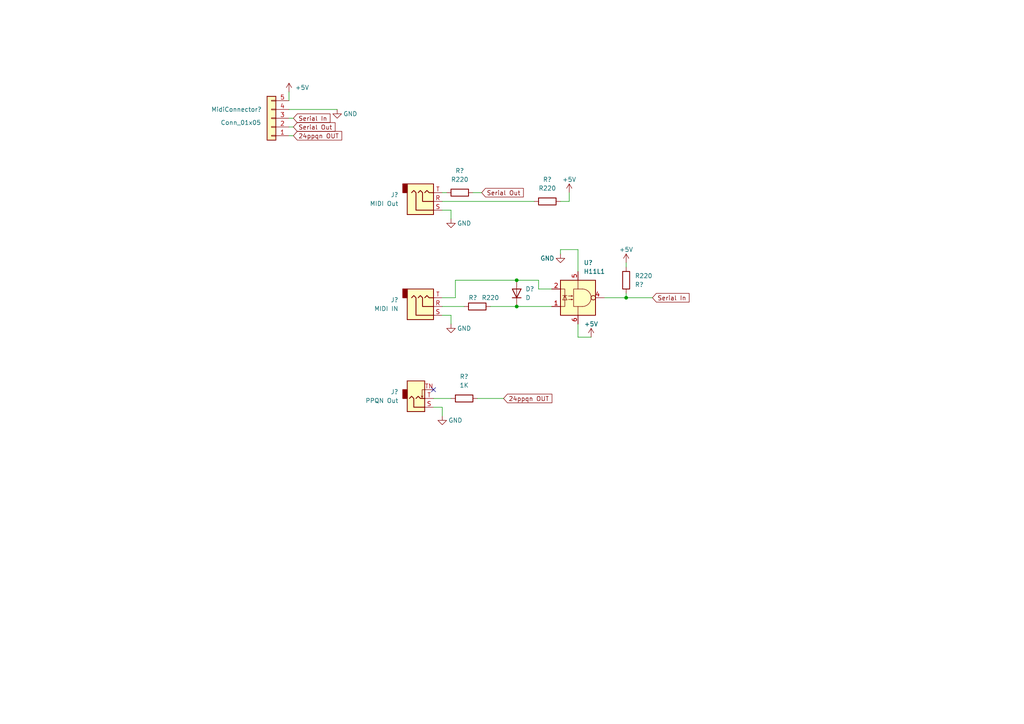
<source format=kicad_sch>
(kicad_sch (version 20211123) (generator eeschema)
  (paper "A4")
  (lib_symbols
    (symbol "Connector:AudioJack2_SwitchT"
      (property "Reference" "J" (at 0 8.89 0))
      (property "Value" "AudioJack2_SwitchT" (at 0 6.35 0))
      (symbol "AudioJack2_SwitchT_0_1"
        (rectangle (start -2.54 0) (end -3.81 -2.54) (stroke (width 0.254)) (fill (type outline)))
        (polyline (pts (xy 1.778 -0.254) (xy 2.032 -0.762)))
        (polyline (pts (xy 0 0) (xy 0.635 -0.635) (xy 1.27 0) (xy 2.54 0)) (stroke (width 0.254)))
        (polyline (pts (xy 2.54 -2.54) (xy 1.778 -2.54) (xy 1.778 -0.254) (xy 1.524 -0.762)))
        (polyline (pts (xy 2.54 2.54) (xy -0.635 2.54) (xy -0.635 0) (xy -1.27 -0.635) (xy -1.905 0)) (stroke (width 0.254)))
        (rectangle (start 2.54 3.81) (end -2.54 -5.08) (stroke (width 0.254)) (fill (type background)))
      )
      (symbol "AudioJack2_SwitchT_1_1"
        (pin passive line (at 5.08 2.54 180) (length 2.54) (name "~") (number "S"))
        (pin passive line (at 5.08 0 180) (length 2.54) (name "~") (number "T"))
        (pin passive line (at 5.08 -2.54 180) (length 2.54) (name "~") (number "TN"))
      )
    )
    (symbol "Connector:AudioJack3"
      (property "Reference" "J" (at 0 8.89 0))
      (property "Value" "AudioJack3" (at 0 6.35 0))
      (symbol "AudioJack3_0_1"
        (rectangle (start -5.08 -5.08) (end -6.35 -2.54) (stroke (width 0.254)) (fill (type outline)))
        (polyline (pts (xy 0 -2.54) (xy 0.635 -3.175) (xy 1.27 -2.54) (xy 2.54 -2.54)) (stroke (width 0.254)))
        (polyline (pts (xy -1.905 -2.54) (xy -1.27 -3.175) (xy -0.635 -2.54) (xy -0.635 0) (xy 2.54 0)) (stroke (width 0.254)))
        (polyline (pts (xy 2.54 2.54) (xy -2.54 2.54) (xy -2.54 -2.54) (xy -3.175 -3.175) (xy -3.81 -2.54)) (stroke (width 0.254)))
        (rectangle (start 2.54 3.81) (end -5.08 -5.08) (stroke (width 0.254)) (fill (type background)))
      )
      (symbol "AudioJack3_1_1"
        (pin passive line (at 5.08 0 180) (length 2.54) (name "~") (number "R"))
        (pin passive line (at 5.08 2.54 180) (length 2.54) (name "~") (number "S"))
        (pin passive line (at 5.08 -2.54 180) (length 2.54) (name "~") (number "T"))
      )
    )
    (symbol "Connector_Generic:Conn_01x05" (pin_names (offset 1.016) hide)
      (property "Reference" "J" (at 0 7.62 0))
      (property "Value" "Conn_01x05" (at 0 -7.62 0))
      (symbol "Conn_01x05_1_1"
        (rectangle (start -1.27 -4.953) (end 0 -5.207) (stroke (width 0.1524)))
        (rectangle (start -1.27 -2.413) (end 0 -2.667) (stroke (width 0.1524)))
        (rectangle (start -1.27 0.127) (end 0 -0.127) (stroke (width 0.1524)))
        (rectangle (start -1.27 2.667) (end 0 2.413) (stroke (width 0.1524)))
        (rectangle (start -1.27 5.207) (end 0 4.953) (stroke (width 0.1524)))
        (rectangle (start -1.27 6.35) (end 1.27 -6.35) (stroke (width 0.254)) (fill (type background)))
        (pin passive line (at -5.08 5.08 0) (length 3.81) (name "Pin_1") (number "1"))
        (pin passive line (at -5.08 2.54 0) (length 3.81) (name "Pin_2") (number "2"))
        (pin passive line (at -5.08 0 0) (length 3.81) (name "Pin_3") (number "3"))
        (pin passive line (at -5.08 -2.54 0) (length 3.81) (name "Pin_4") (number "4"))
        (pin passive line (at -5.08 -5.08 0) (length 3.81) (name "Pin_5") (number "5"))
      )
    )
    (symbol "Device:D" (pin_numbers hide) (pin_names (offset 1.016) hide)
      (property "Reference" "D" (at 0 2.54 0))
      (property "Value" "D" (at 0 -2.54 0))
      (symbol "D_0_1"
        (polyline (pts (xy -1.27 1.27) (xy -1.27 -1.27)) (stroke (width 0.254)))
        (polyline (pts (xy 1.27 0) (xy -1.27 0)))
        (polyline (pts (xy 1.27 1.27) (xy 1.27 -1.27) (xy -1.27 0) (xy 1.27 1.27)) (stroke (width 0.254)))
      )
      (symbol "D_1_1"
        (pin passive line (at -3.81 0 0) (length 2.54) (name "K") (number "1"))
        (pin passive line (at 3.81 0 180) (length 2.54) (name "A") (number "2"))
      )
    )
    (symbol "Device:R" (pin_numbers hide) (pin_names (offset 0))
      (property "Reference" "R" (at 2.032 0 90))
      (property "Value" "R" (at 0 0 90))
      (symbol "R_0_1"
        (rectangle (start -1.016 -2.54) (end 1.016 2.54) (stroke (width 0.254)))
      )
      (symbol "R_1_1"
        (pin passive line (at 0 3.81 270) (length 1.27) (name "~") (number "1"))
        (pin passive line (at 0 -3.81 90) (length 1.27) (name "~") (number "2"))
      )
    )
    (symbol "Isolator:H11L1" (pin_names (offset 1.016))
      (property "Reference" "U" (at 1.27 8.89 0))
      (property "Value" "H11L1" (at 1.27 6.35 0))
      (symbol "H11L1_0_1"
        (rectangle (start -5.08 5.08) (end 5.08 -5.08) (stroke (width 0.254)) (fill (type background)))
        (polyline (pts (xy -4.445 -0.635) (xy -3.175 -0.635)))
        (polyline (pts (xy 0 2.54) (xy 0 5.08)))
        (polyline (pts (xy 0 -2.54) (xy 0 -5.08) (xy 0 -3.81)))
        (polyline (pts (xy -5.08 -2.54) (xy -3.81 -2.54) (xy -3.81 2.54) (xy -5.08 2.54)))
        (polyline (pts (xy -3.81 -0.635) (xy -4.445 0.635) (xy -3.175 0.635) (xy -3.81 -0.635)))
        (polyline (pts (xy 1.27 -2.54) (xy -1.27 -2.54) (xy -1.27 2.54) (xy 1.27 2.54)))
        (polyline (pts (xy -2.794 -0.508) (xy -1.524 -0.508) (xy -1.905 -0.635) (xy -1.905 -0.381) (xy -1.524 -0.508)))
        (polyline (pts (xy -2.794 0.508) (xy -1.524 0.508) (xy -1.905 0.381) (xy -1.905 0.635) (xy -1.524 0.508)))
        (arc (start 1.27 -2.54) (mid 3.81 0) (end 1.27 2.54))
      )
      (symbol "H11L1_1_1"
        (pin passive line (at -7.62 2.54 0) (length 2.54) (name "~") (number "1"))
        (pin passive line (at -7.62 -2.54 0) (length 2.54) (name "~") (number "2"))
        (pin no_connect line (at -5.08 0 0) (length 2.54) hide (name "~") (number "3"))
        (pin output inverted (at 7.62 0 180) (length 3.81) (name "~") (number "4"))
        (pin power_in line (at 0 -7.62 90) (length 2.54) (name "~") (number "5"))
        (pin power_in line (at 0 7.62 270) (length 2.54) (name "~") (number "6"))
      )
    )
    (symbol "power:+5V" (power) (pin_names (offset 0))
      (property "Value" "+5V" (at 0 3.556 0))
      (symbol "+5V_0_1"
        (polyline (pts (xy -0.762 1.27) (xy 0 2.54)))
        (polyline (pts (xy 0 0) (xy 0 2.54)))
        (polyline (pts (xy 0 2.54) (xy 0.762 1.27)))
      )
      (symbol "+5V_1_1"
        (pin power_in line (at 0 0 90) (length 0) hide (name "+5V") (number "1"))
      )
    )
    (symbol "power:GND" (power) (pin_names (offset 0))
      (property "Value" "GND" (at 0 -3.81 0))
      (symbol "GND_0_1"
        (polyline (pts (xy 0 0) (xy 0 -1.27) (xy 1.27 -1.27) (xy 0 -2.54) (xy -1.27 -1.27) (xy 0 -1.27)))
      )
      (symbol "GND_1_1"
        (pin power_in line (at 0 0 270) (length 0) hide (name "GND") (number "1"))
      )
    )
  )
  (junction (at 181.61 86.36))
  (junction (at 149.86 88.9))
  (junction (at 149.86 81.28))
  (no_connect (at 125.73 113.03))
  (wire (pts (xy 167.64 93.98) (xy 167.64 97.79)))
  (wire (pts (xy 149.86 81.28) (xy 156.21 81.28)))
  (wire (pts (xy 128.27 86.36) (xy 132.08 86.36)))
  (wire (pts (xy 181.61 85.09) (xy 181.61 86.36)))
  (wire (pts (xy 132.08 86.36) (xy 132.08 81.28)))
  (wire (pts (xy 125.73 115.57) (xy 130.81 115.57)))
  (wire (pts (xy 142.24 88.9) (xy 149.86 88.9)))
  (wire (pts (xy 128.27 55.88) (xy 129.54 55.88)))
  (wire (pts (xy 181.61 76.2) (xy 181.61 77.47)))
  (wire (pts (xy 162.56 72.39) (xy 167.64 72.39)))
  (wire (pts (xy 128.27 88.9) (xy 134.62 88.9)))
  (wire (pts (xy 165.1 55.88) (xy 165.1 58.42)))
  (wire (pts (xy 162.56 73.66) (xy 162.56 72.39)))
  (wire (pts (xy 137.16 55.88) (xy 139.7 55.88)))
  (wire (pts (xy 128.27 118.11) (xy 125.73 118.11)))
  (wire (pts (xy 128.27 118.11) (xy 128.27 120.65)))
  (wire (pts (xy 181.61 86.36) (xy 189.23 86.36)))
  (wire (pts (xy 83.82 26.67) (xy 83.82 29.21)))
  (wire (pts (xy 160.02 83.82) (xy 156.21 83.82)))
  (wire (pts (xy 130.81 91.44) (xy 128.27 91.44)))
  (wire (pts (xy 181.61 86.36) (xy 175.26 86.36)))
  (wire (pts (xy 167.64 97.79) (xy 171.45 97.79)))
  (wire (pts (xy 130.81 60.96) (xy 128.27 60.96)))
  (wire (pts (xy 132.08 81.28) (xy 149.86 81.28)))
  (wire (pts (xy 162.56 58.42) (xy 165.1 58.42)))
  (wire (pts (xy 156.21 83.82) (xy 156.21 81.28)))
  (wire (pts (xy 138.43 115.57) (xy 146.05 115.57)))
  (wire (pts (xy 83.82 39.37) (xy 85.09 39.37)))
  (wire (pts (xy 83.82 31.75) (xy 97.79 31.75)))
  (wire (pts (xy 83.82 34.29) (xy 85.09 34.29)))
  (wire (pts (xy 128.27 58.42) (xy 154.94 58.42)))
  (wire (pts (xy 149.86 88.9) (xy 160.02 88.9)))
  (wire (pts (xy 83.82 36.83) (xy 85.09 36.83)))
  (wire (pts (xy 130.81 91.44) (xy 130.81 93.98)))
  (wire (pts (xy 167.64 72.39) (xy 167.64 78.74)))
  (wire (pts (xy 130.81 60.96) (xy 130.81 63.5)))
  (global_label "Serial In" (shape input) (at 189.23 86.36 0) (property "Intersheet References" "${INTERSHEET_REFS}" (effects hide)))
  (global_label "24ppqn OUT" (shape input) (at 146.05 115.57 0) (property "Intersheet References" "${INTERSHEET_REFS}" (effects hide)))
  (global_label "24ppqn OUT" (shape input) (at 85.09 39.37 0) (property "Intersheet References" "${INTERSHEET_REFS}" (effects hide)))
  (global_label "Serial Out" (shape input) (at 139.7 55.88 0) (property "Intersheet References" "${INTERSHEET_REFS}" (effects hide)))
  (global_label "Serial Out" (shape input) (at 85.09 36.83 0) (property "Intersheet References" "${INTERSHEET_REFS}" (effects hide)))
  (global_label "Serial In" (shape input) (at 85.09 34.29 0) (property "Intersheet References" "${INTERSHEET_REFS}" (effects hide)))
  (symbol (lib_id "Connector:AudioJack3") (at 123.19 58.42 0) (mirror x) (unit 1)
    (property "Reference" "J?" (at 115.57 56.5149 0) (effects (justify right)))
    (property "Value" "MIDI Out" (at 115.57 59.0549 0) (effects (justify right)))
  )
  (symbol (lib_id "power:+5V") (at 165.1 55.88 0) (unit 1)
    (property "Reference" "#PWR?" (effects hide))
    (property "Value" "+5V" (at 165.1 52.07 0))
  )
  (symbol (lib_id "Device:R") (at 133.35 55.88 90) (unit 1)
    (property "Reference" "R?" (at 133.35 49.53 90))
    (property "Value" "R220" (at 133.35 52.07 90))
  )
  (symbol (lib_id "power:+5V") (at 171.45 97.79 0) (unit 1)
    (property "Reference" "#PWR?" (effects hide))
    (property "Value" "+5V" (at 171.45 93.98 0))
  )
  (symbol (lib_id "Isolator:H11L1") (at 167.64 86.36 0) (mirror x) (unit 1)
    (property "Reference" "U?" (at 169.2911 76.2 0) (effects (justify left)))
    (property "Value" "H11L1" (at 169.2911 78.74 0) (effects (justify left)))
    (property "Datasheet" "https://www.onsemi.com/pub/Collateral/H11L3M-D.PDF" (effects hide))
  )
  (symbol (lib_id "power:+5V") (at 181.61 76.2 0) (unit 1)
    (property "Reference" "#PWR?" (effects hide))
    (property "Value" "+5V" (at 181.61 72.39 0))
  )
  (symbol (lib_id "Device:R") (at 181.61 81.28 180) (unit 1)
    (property "Reference" "R?" (at 185.42 82.55 0))
    (property "Value" "R220" (at 186.69 80.01 0))
  )
  (symbol (lib_id "power:GND") (at 128.27 120.65 0) (unit 1)
    (property "Reference" "#PWR?" (effects hide))
    (property "Value" "GND" (at 132.08 121.92 0))
  )
  (symbol (lib_id "power:GND") (at 130.81 63.5 0) (unit 1)
    (property "Reference" "#PWR?" (effects hide))
    (property "Value" "GND" (at 134.62 64.77 0))
  )
  (symbol (lib_id "Device:R") (at 138.43 88.9 90) (unit 1)
    (property "Reference" "R?" (at 137.16 86.36 90))
    (property "Value" "R220" (at 142.24 86.36 90))
  )
  (symbol (lib_id "power:GND") (at 162.56 73.66 0) (unit 1)
    (property "Reference" "#PWR?" (effects hide))
    (property "Value" "GND" (at 158.75 74.93 0))
  )
  (symbol (lib_id "Connector:AudioJack2_SwitchT") (at 120.65 115.57 0) (mirror x) (unit 1)
    (property "Reference" "J?" (at 115.57 113.6649 0) (effects (justify right)))
    (property "Value" "PPQN Out" (at 115.57 116.2049 0) (effects (justify right)))
    (property "Footprint" "gtoe:thonkiconn" (effects hide))
  )
  (symbol (lib_id "Device:D") (at 149.86 85.09 270) (mirror x) (unit 1)
    (property "Reference" "D?" (at 152.4 83.8199 90) (effects (justify left)))
    (property "Value" "D" (at 152.4 86.3599 90) (effects (justify left)))
  )
  (symbol (lib_id "Device:R") (at 134.62 115.57 90) (unit 1)
    (property "Reference" "R?" (at 134.62 109.22 90))
    (property "Value" "1K" (at 134.62 111.76 90))
  )
  (symbol (lib_id "Connector:AudioJack3") (at 123.19 88.9 0) (mirror x) (unit 1)
    (property "Reference" "J?" (at 115.57 86.9949 0) (effects (justify right)))
    (property "Value" "MIDI IN" (at 115.57 89.5349 0) (effects (justify right)))
  )
  (symbol (lib_id "power:GND") (at 130.81 93.98 0) (unit 1)
    (property "Reference" "#PWR?" (effects hide))
    (property "Value" "GND" (at 134.62 95.25 0))
  )
  (symbol (lib_id "Connector_Generic:Conn_01x05") (at 78.74 34.29 180) (unit 1)
    (property "Reference" "MidiConnector?" (at 68.58 31.75 0))
    (property "Value" "Conn_01x05" (at 69.85 35.56 0))
    (property "Footprint" "Connector_PinHeader_2.54mm:PinHeader_1x05_P2.54mm_Vertical" (effects hide))
  )
  (symbol (lib_id "power:+5V") (at 83.82 26.67 0) (unit 1)
    (property "Reference" "#PWR?" (effects hide))
    (property "Value" "+5V" (at 87.63 25.4 0))
  )
  (symbol (lib_id "Device:R") (at 158.75 58.42 90) (unit 1)
    (property "Reference" "R?" (at 158.75 52.07 90))
    (property "Value" "R220" (at 158.75 54.61 90))
  )
  (symbol (lib_id "power:GND") (at 97.79 31.75 0) (unit 1)
    (property "Reference" "#PWR?" (effects hide))
    (property "Value" "GND" (at 101.6 33.02 0))
  )
)
</source>
